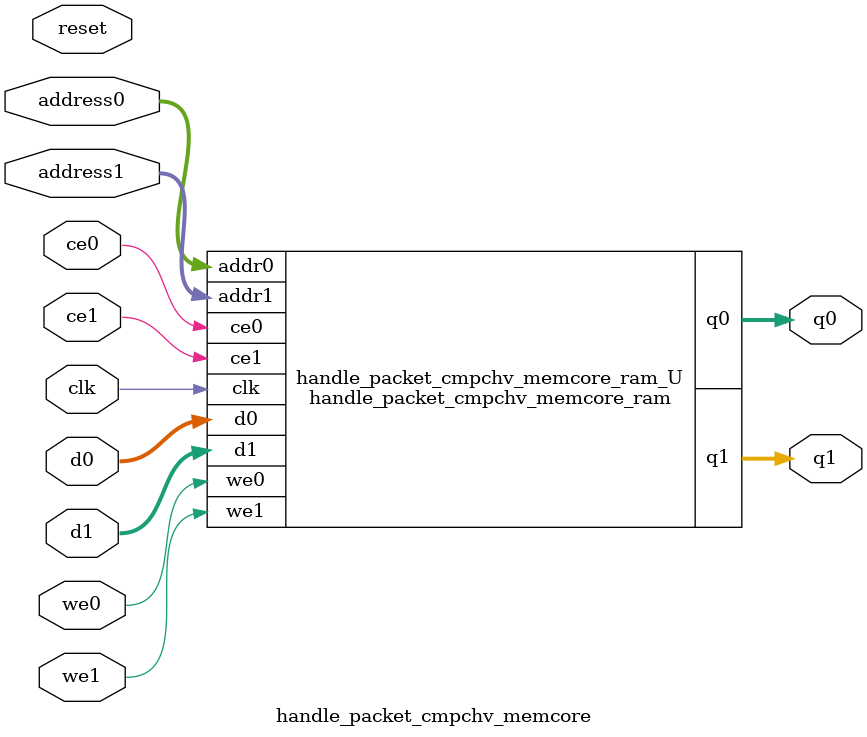
<source format=v>

`timescale 1 ns / 1 ps
module handle_packet_cmpchv_memcore_ram (addr0, ce0, d0, we0, q0, addr1, ce1, d1, we1, q1,  clk);

parameter DWIDTH = 10;
parameter AWIDTH = 3;
parameter MEM_SIZE = 8;

input[AWIDTH-1:0] addr0;
input ce0;
input[DWIDTH-1:0] d0;
input we0;
output reg[DWIDTH-1:0] q0;
input[AWIDTH-1:0] addr1;
input ce1;
input[DWIDTH-1:0] d1;
input we1;
output reg[DWIDTH-1:0] q1;
input clk;

(* ram_style = "distributed" *)reg [DWIDTH-1:0] ram[0:MEM_SIZE-1];




always @(posedge clk)  
begin 
    if (ce0) 
    begin
        if (we0) 
        begin 
            ram[addr0] <= d0; 
            q0 <= d0;
        end 
        else 
            q0 <= ram[addr0];
    end
end


always @(posedge clk)  
begin 
    if (ce1) 
    begin
        if (we1) 
        begin 
            ram[addr1] <= d1; 
            q1 <= d1;
        end 
        else 
            q1 <= ram[addr1];
    end
end


endmodule


`timescale 1 ns / 1 ps
module handle_packet_cmpchv_memcore(
    reset,
    clk,
    address0,
    ce0,
    we0,
    d0,
    q0,
    address1,
    ce1,
    we1,
    d1,
    q1);

parameter DataWidth = 32'd10;
parameter AddressRange = 32'd8;
parameter AddressWidth = 32'd3;
input reset;
input clk;
input[AddressWidth - 1:0] address0;
input ce0;
input we0;
input[DataWidth - 1:0] d0;
output[DataWidth - 1:0] q0;
input[AddressWidth - 1:0] address1;
input ce1;
input we1;
input[DataWidth - 1:0] d1;
output[DataWidth - 1:0] q1;



handle_packet_cmpchv_memcore_ram handle_packet_cmpchv_memcore_ram_U(
    .clk( clk ),
    .addr0( address0 ),
    .ce0( ce0 ),
    .d0( d0 ),
    .we0( we0 ),
    .q0( q0 ),
    .addr1( address1 ),
    .ce1( ce1 ),
    .d1( d1 ),
    .we1( we1 ),
    .q1( q1 ));

endmodule


</source>
